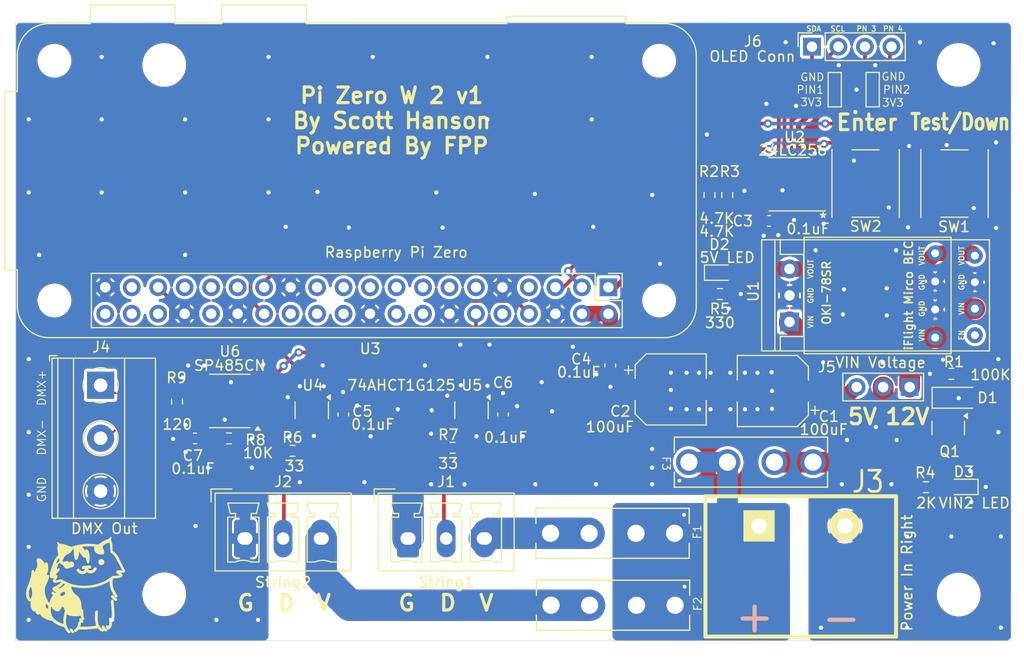
<source format=kicad_pcb>
(kicad_pcb (version 20240108) (generator "pcbnew") (generator_version "8.0")
  (title_block (title "Pi Zero W 2") (date "2024-12-30") (rev "v1") (company "Scott Hanson"))
  (layers (0 "F.Cu" signal) (31 "B.Cu" signal) (34 "B.Paste" user) (35 "F.Paste" user) (36 "B.SilkS" user "B.Silkscreen") (37 "F.SilkS" user "F.Silkscreen") (38 "B.Mask" user) (39 "F.Mask" user) (44 "Edge.Cuts" user))
  (net 0 "")
  (net 1 "GND")
  (net 2 "+5V")
  (net 3 "/VIN_Reg")
  (net 4 "Net-(D1-A)")
  (net 5 "Net-(D2-K)")
  (net 6 "Net-(D3-A)")
  (net 7 "/Outputs/VOUT1")
  (net 8 "/Outputs/VOUT2")
  (net 9 "/Outputs/DOUT1")
  (net 10 "/Outputs/DOUT2")
  (net 11 "VIN2")
  (net 12 "Net-(J6-Pin_4)")
  (net 13 "Net-(J6-Pin_3)")
  (net 14 "Net-(R6-Pad1)")
  (net 15 "Net-(R7-Pad1)")
  (net 22 "/Outputs/DMX+")
  (net 40 "DATA1")
  (net 41 "DATA2")
  (net 42 "+3V3")
  (net 43 "I2C_SDA")
  (net 44 "I2C_SCL")
  (net 45 "BTN1")
  (net 46 "BTN2")
  (net 47 "VCC")
  (net 48 "/Outputs/DMX-")
  (net 49 "Net-(U6-DE)")
  (net 50 "TXD")
  (net 52 "VIN")
  (footprint "Scotts:PhoenixContact_MCV_3.81mm_3.5mm_1x03_Vertical" (layer "F.Cu") (at 156.2288 109.4026)
    (property "Reference" "J1")
    (property "Value" "String1")
  )
  (footprint "Scotts:PhoenixContact_MCV_3.81mm_3.5mm_1x03_Vertical" (layer "F.Cu") (at 140.5888 109.4026)
    (property "Reference" "J2")
    (property "Value" "String2")
  )
  (footprint "LED_SMD:LED_0603_1608Metric" (layer "F.Cu") (at 209.5738 104.4526 180)
    (property "Reference" "D3")
    (property "Value" "VIN2 LED")
  )
  (footprint "Resistor_SMD:R_0603_1608Metric" (layer "F.Cu") (at 206.0488 104.4776 180)
    (property "Reference" "R4")
    (property "Value" "2K")
  )
  (footprint "Connector_PinHeader_2.54mm:PinHeader_1x03_P2.54mm_Vertical" (layer "F.Cu") (at 204.4988 94.8694 -90)
    (property "Reference" "J5")
    (property "Value" "VIN Voltage")
  )
  (footprint "Capacitor_SMD:C_0603_1608Metric" (layer "F.Cu") (at 191.0088 78.9326)
    (property "Reference" "C3")
    (property "Value" "0.1uF")
  )
  (footprint "Resistor_SMD:R_0603_1608Metric" (layer "F.Cu") (at 186.9988 76.4526 -90)
    (property "Reference" "R3")
    (property "Value" "4.7K")
  )
  (footprint "Package_SO:SOIC-8_3.9x4.9mm_P1.27mm" (layer "F.Cu") (at 192.9488 75.4226 180)
    (property "Reference" "U2")
    (property "Value" "24LC256")
  )
  (footprint "Resistor_SMD:R_0603_1608Metric" (layer "F.Cu") (at 185.2988 76.4526 -90)
    (property "Reference" "R2")
    (property "Value" "4.7K")
  )
  (footprint "Capacitor_SMD:CP_Elec_6.3x5.4_Nichicon" (layer "F.Cu") (at 181.5738 95.1026)
    (property "Reference" "C2")
    (property "Value" "100uF")
  )
  (footprint "Capacitor_SMD:CP_Elec_6.3x5.4_Nichicon" (layer "F.Cu") (at 191.3738 95.2526 180)
    (property "Reference" "C1")
    (property "Value" "100uF")
  )
  (footprint "LED_SMD:LED_0603_1608Metric" (layer "F.Cu") (at 186.2988 83.9026)
    (property "Reference" "D2")
    (property "Value" "5V LED")
  )
  (footprint "Resistor_SMD:R_0603_1608Metric" (layer "F.Cu") (at 186.2988 85.9526 180)
    (property "Reference" "R5")
    (property "Value" "330")
  )
  (footprint "Capacitor_SMD:C_0603_1608Metric" (layer "F.Cu") (at 175.7738 92.8026 -90)
    (property "Reference" "C4")
    (property "Value" "0.1uF")
  )
  (footprint "Connector_PinSocket_2.54mm:PinSocket_1x04_P2.54mm_Vertical" (layer "F.Cu") (at 195.1288 62.2276 90)
    (property "Reference" "J6")
    (property "Value" "OLED Conn")
  )
  (footprint "Capacitor_SMD:C_0603_1608Metric" (layer "F.Cu") (at 150.1738 97.5026 90)
    (property "Reference" "C5")
    (property "Value" "0.1uF")
  )
  (footprint "Diode_SMD:D_SOD-123" (layer "F.Cu") (at 208.8988 95.9026)
    (property "Reference" "D1")
    (property "Value" "Zener 10V")
  )
  (footprint "Package_TO_SOT_SMD:SOT-23" (layer "F.Cu") (at 208.1988 98.8026 -90)
    (property "Reference" "Q1")
    (property "Value" "DMP3056L")
  )
  (footprint "Resistor_SMD:R_0603_1608Metric" (layer "F.Cu") (at 208.4988 93.6026)
    (property "Reference" "R1")
    (property "Value" "100K")
  )
  (footprint "Barrier_Blocks:BARRIER_BLOCK_1ROW_2POS_P8.26MM" (layer "F.Cu") (at 194.0488 112.0776)
    (property "Reference" "J3")
    (property "Value" "Power In Right")
  )
  (footprint "Button_Switch_SMD:SW_Push_1P1T_NO_6x6mm_H9.5mm" (layer "F.Cu") (at 200.2738 75.3526 90)
    (property "Reference" "SW2")
    (property "Value" "Enter BTN")
  )
  (footprint "Button_Switch_SMD:SW_Push_1P1T_NO_6x6mm_H9.5mm" (layer "F.Cu") (at 208.7988 75.3526 90)
    (property "Reference" "SW1")
    (property "Value" "Down BTN")
  )
  (footprint "Scotts:FUSE_3544-2" (layer "F.Cu") (at 175.9988 108.9026 180)
    (property "Reference" "F1")
    (property "Value" "3544-2")
  )
  (footprint "Scotts:FUSE_3544-2" (layer "F.Cu") (at 176.0488 115.8026 180)
    (property "Reference" "F2")
    (property "Value" "3544-2")
  )
  (footprint "MountingHole:MountingHole_3.7mm" (layer "F.Cu") (at 209.1988 114.7776)
    (property "Reference" "H2")
    (property "Value" "MountingHole")
  )
  (footprint "Package_SO:TSOP-5_1.65x3.05mm_P0.95mm" (layer "F.Cu") (at 162.4738 97.1026 -90)
    (property "Reference" "U5")
    (property "Value" "74AHCT1G125")
  )
  (footprint "MountingHole:MountingHole_3.7mm" (layer "F.Cu") (at 132.9988 63.9776)
    (property "Reference" "H3")
    (property "Value" "MountingHole")
  )
  (footprint "Resistor_SMD:R_0603_1608Metric" (layer "F.Cu") (at 145.2988 100.9876 180)
    (property "Reference" "R6")
    (property "Value" "33")
  )
  (footprint "Scotts:Universal_5V_Horizontal" (layer "F.Cu") (at 192.9738 88.6276 90)
    (property "Reference" "U1")
    (property "Value" "Universe5V")
  )
  (footprint "MountingHole:MountingHole_3.7mm" (layer "F.Cu") (at 209.1988 63.9776)
    (property "Reference" "H4")
    (property "Value" "MountingHole")
  )
  (footprint "Capacitor_SMD:C_0603_1608Metric" (layer "F.Cu") (at 135.9488 99.8026 180)
    (property "Reference" "C7")
    (property "Value" "0.1uF")
  )
  (footprint "Resistor_SMD:R_0603_1608Metric" (layer "F.Cu") (at 160.6488 100.7026 180)
    (property "Reference" "R7")
    (property "Value" "33")
  )
  (footprint "Scotts:SolderJumper-3_P1mm_Bridged12" (layer "F.Cu") (at 197.3088 66.3526 90)
    (property "Reference" "PIN1")
    (property "Value" "PIN_3_JMP")
  )
  (footprint "Scotts:chewi_15" (layer "F.Cu") (at 124.290095 112.7026)
    (property "Reference" "G***")
    (property "Value" "LOGO" (hide yes))
  )
  (footprint "Resistor_SMD:R_0603_1608Metric" (layer "F.Cu") (at 139.1988 99.8026)
    (property "Reference" "R8")
    (property "Value" "10K")
  )
  (footprint "Package_SO:TSOP-5_1.65x3.05mm_P0.95mm" (layer "F.Cu") (at 147.1488 97.1026 -90)
    (property "Reference" "U4")
    (property "Value" "74AHCT1G125")
  )
  (footprint "MountingHole:MountingHole_3.7mm" (layer "F.Cu") (at 132.9988 114.7526)
    (property "Reference" "H1")
    (property "Value" "MountingHole")
  )
  (footprint "Scotts:SolderJumper-3_P1mm_Bridged23" (layer "F.Cu") (at 200.9488 66.3456 90)
    (property "Reference" "PIN2")
    (property "Value" "PIN_4_JMP")
  )
  (footprint "Capacitor_SMD:C_0603_1608Metric" (layer "F.Cu") (at 165.4988 97.5026 90)
    (property "Reference" "C6")
    (property "Value" "0.1uF")
  )
  (footprint "TerminalBlock_Phoenix:TerminalBlock_Phoenix_MKDS-1,5-3-5.08_1x03_P5.08mm_Horizontal" (layer "F.Cu") (at 126.8938 94.7026 -90)
    (property "Reference" "J4")
    (property "Value" "DMX Out")
  )
  (footprint "Scotts:FUSE_3544-2" (layer "F.Cu") (at 189.2738 102.0776)
    (property "Reference" "F3")
    (property "Value" "3544-2")
  )
  (footprint "Resistor_SMD:R_0603_1608Metric" (layer "F.Cu") (at 134.2238 96.2576 -90)
    (property "Reference" "R9")
    (property "Value" "120")
  )
  (footprint "Package_SO:SOIC-8_3.9x4.9mm_P1.27mm" (layer "F.Cu") (at 139.2738 96.2076 180)
    (property "Reference" "U6")
    (property "Value" "SP485CN")
  )
  (footprint "Scotts:Raspberry_Pi_Zero_Socketed_THT_FaceDown_MountingHoles" (layer "B.Cu") (at 175.5988 85.3026 90)
    (property "Reference" "U3")
    (property "Value" "Raspberry Pi Zero")
  )
  (gr_line (start 214.2238 119.2026) (end 214.2288 59.9226) (stroke (width 0.05)) (layer "Edge.Cuts"))
  (gr_line (start 118.7488 59.9276) (end 118.7488 119.2026) (stroke (width 0.05)) (layer "Edge.Cuts"))
  (gr_line (start 214.2288 59.9226) (end 118.7488 59.9276) (stroke (width 0.05)) (layer "Edge.Cuts"))
  (gr_line (start 214.2238 119.2026) (end 118.7488 119.2026) (stroke (width 0.05)) (layer "Edge.Cuts"))
  (gr_text "-" (at 197.9488 116.9776 0) (layer "B.SilkS") (effects (font (size 3 3) (thickness 0.4))))
  (gr_text "+" (at 189.6238 116.8526 0) (layer "B.SilkS") (effects (font (size 3 3) (thickness 0.4)) (justify mirror)))
  (gr_text "G" (at 156.2463 115.5851 0) (layer "F.SilkS") (effects (font (size 1.5 1.5) (thickness 0.3))))
  (gr_text "D" (at 160.1988 115.5851 0) (layer "F.SilkS") (effects (font (size 1.5 1.5) (thickness 0.3))))
  (gr_text "12V" (at 204.291 97.7142 0) (layer "F.SilkS") (effects (font (size 1.5 1.5) (thickness 0.3))))
  (gr_text "5V" (at 199.973 97.7142 0) (layer "F.SilkS") (effects (font (size 1.5 1.5) (thickness 0.3))))
  (gr_text "${TITLE} ${REVISION}\nBy ${COMPANY}\nPowered By FPP" (at 154.8238 69.3276 0) (layer "F.SilkS") (effects (font (size 1.5 1.5) (thickness 0.3))))
  (gr_text "PN 3" (at 200.3488 60.5026 0) (layer "F.SilkS") (effects (font (size 0.5 0.5) (thickness 0.1))))
  (gr_text "SDA" (at 195.2988 60.5026 0) (layer "F.SilkS") (effects (font (size 0.5 0.5) (thickness 0.1))))
  (gr_text "SCL" (at 197.5988 60.5026 0) (layer "F.SilkS") (effects (font (size 0.5 0.5) (thickness 0.1))))
  (gr_text "PN 4" (at 202.8988 60.5026 0) (layer "F.SilkS") (effects (font (size 0.5 0.5) (thickness 0.1))))
  (gr_text "Enter" (at 200.3988 69.5026 0) (layer "F.SilkS") (effects (font (size 1.5 1.5) (thickness 0.3))))
  (gr_text "V" (at 148.2988 115.5851 0) (layer "F.SilkS") (effects (font (size 1.5 1.5) (thickness 0.3))))
  (gr_text "GND" (at 195.1588 65.1526 0) (layer "F.SilkS") (effects (font (size 0.75 0.75) (thickness 0.1))))
  (gr_text "V" (at 163.8988 115.5851 0) (layer "F.SilkS") (effects (font (size 1.5 1.5) (thickness 0.3))))
  (gr_text "DMX+" (at 121.2488 94.9526 90) (layer "F.SilkS") (effects (font (size 0.8 0.8) (thickness 0.1))))
  (gr_text "Test/Down" (at 209.3488 69.4526 0) (layer "F.SilkS") (effects (font (size 1.5 1.2) (thickness 0.3))))
  (gr_text "3V3" (at 202.8988 67.5956 0) (layer "F.SilkS") (effects (font (size 0.75 0.75) (thickness 0.1))))
  (gr_text "GND" (at 121.2488 104.7026 90) (layer "F.SilkS") (effects (font (size 0.8 0.8) (thickness 0.1))))
  (gr_text "GND" (at 202.9488 65.0956 0) (layer "F.SilkS") (effects (font (size 0.75 0.75) (thickness 0.1))))
  (gr_text "G" (at 140.8063 115.5851 0) (layer "F.SilkS") (effects (font (size 1.5 1.5) (thickness 0.3))))
  (gr_text "DMX-" (at 121.2488 99.7026 90) (layer "F.SilkS") (effects (font (size 0.8 0.8) (thickness 0.1))))
  (gr_text "D" (at 144.6988 115.5851 0) (layer "F.SilkS") (effects (font (size 1.5 1.5) (thickness 0.3))))
  (gr_text "3V3" (at 195.0588 67.5526 0) (layer "F.SilkS") (effects (font (size 0.75 0.75) (thickness 0.1))))
  (segment (start 156.3788 109.4026) (end 156.3788 107.4026) (width 3) (layer "F.Cu") (net 1))
  (segment (start 156.3788 107.4026) (end 156.3788 103.8826) (width 3) (layer "F.Cu") (net 1))
  (via (at 173.9988 69.2026) (size 0.8) (drill 0.4) (layers "F.Cu" "B.Cu") (net 1))
  (via (at 212.9988 92.2026) (size 0.8) (drill 0.4) (layers "F.Cu" "B.Cu") (net 1))
  (via (at 199.3988 66.3526) (size 0.8) (drill 0.4) (layers "F.Cu" "B.Cu") (net 1))
  (via (at 183.0988 93.5026) (size 0.8) (drill 0.4) (layers "F.Cu" "B.Cu") (net 1))
  (via (at 174.3988 104.2026) (size 0.8) (drill 0.4) (layers "F.Cu" "B.Cu") (net 1))
  (via (at 185.0488 70.6526) (size 0.8) (drill 0.4) (layers "F.Cu" "B.Cu") (net 1))
  (via (at 144.8488 95.8526) (size 0.8) (drill 0.4) (layers "F.Cu" "B.Cu") (net 1))
  (via (at 185.3988 93.5026) (size 0.8) (drill 0.4) (layers "F.Cu" "B.Cu") (net 1))
  (via (at 150.6988 79.576601) (size 0.8) (drill 0.4) (layers "F.Cu" "B.Cu") (net 1))
  (via (at 164.1988 90.8026) (size 0.8) (drill 0.4) (layers "F.Cu" "B.Cu") (net 1))
  (via (at 201.1988 64.0026) (size 0.8) (drill 0.4) (layers "F.Cu" "B.Cu") (net 1))
  (via (at 205.4988 61.8026) (size 0.8) (drill 0.4) (layers "F.Cu" "B.Cu") (net 1))
  (via (at 147.6988 76.1526) (size 0.8) (drill 0.4) (layers "F.Cu" "B.Cu") (net 1))
  (via (at 141.3988 102.6026) (size 0.8) (drill 0.4) (layers "F.Cu" "B.Cu") (net 1))
  (via (at 184.2988 97.0026) (size 0.8) (drill 0.4) (layers "F.Cu" "B.Cu") (net 1))
  (via (at 188.6988 97.0026) (size 0.8) (drill 0.4) (layers "F.Cu" "B.Cu") (net 1))
  (via (at 211.7988 104.4526) (size 0.8) (drill 0.4) (layers "F.Cu" "B.Cu") (net 1))
  (via (at 181.5988 93.5026) (size 0.8) (drill 0.4) (layers "F.Cu" "B.Cu") (net 1))
  (via (at 134.9988 76.2026) (size 0.8) (drill 0.4) (layers "F.Cu" "B.Cu") (net 1))
  (via (at 134.9988 82.2026) (size 0.8) (drill 0.4) (layers "F.Cu" "B.Cu") (net 1))
  (via (at 147.3488 99.5526) (size 0.8) (drill 0.4) (layers "F.Cu" "B.Cu") (net 1))
  (via (at 179.7988 102.6026) (size 0.8) (drill 0.4) (layers "F.Cu" "B.Cu") (net 1))
  (via (at 158.5988 104.2026) (size 0.8) (drill 0.4) (layers "F.Cu" "B.Cu") (net 1))
  (via (at 196.2488 79.2026) (size 0.8) (drill 0.4) (layers "F.Cu" "B.Cu") (net 1))
  (via (at 133.8488 99.8526) (size 0.8) (drill 0.4) (layers "F.Cu" "B.Cu") (net 1))
  (via (at 204.2488 117.9526) (size 0.8) (drill 0.4) (layers "F.Cu" "B.Cu") (net 1))
  (via (at 148.2988 94.8026) (size 0.8) (drill 0.4) (layers "F.Cu" "B.Cu") (net 1))
  (via (at 188.2988 85.9526) (size 0.8) (drill 0.4) (layers "F.Cu" "B.Cu") (net 1))
  (via (at 161.4488 94.7026) (size 0.8) (drill 0.4) (layers "F.Cu" "B.Cu") (net 1))
  (via (at 184.2988 93.5026) (size 0.8) (drill 0.4) (layers "F.Cu" "B.Cu") (net 1))
  (via (at 134.7488 93.9526) (size 0.8) (drill 0.4) (layers "F.Cu" "B.Cu") (net 1))
  (via (at 151.4988 96.6526) (size 0.8) (drill 0.4) (layers "F.Cu" "B.Cu") (net 1))
  (via (at 187.1488 87.3526) (size 0.8) (drill 0.4) (layers "F.Cu" "B.Cu") (net 1))
  (via (at 120.9988 82.2026) (size 0.8) (drill 0.4) (layers "F.Cu" "B.Cu") (net 1))
  (via (at 152.9988 63.2026) (size 0.8) (drill 0.4) (layers "F.Cu" "B.Cu") (net 1))
  (via (at 170.1988 97.2026) (size 0.8) (drill 0.4) (layers "F.Cu" "B.Cu") (net 1))
  (via (at 208.4988 109.2026) (size 0.8) (drill 0.4) (layers "F.Cu" "B.Cu") (net 1))
  (via (at 127.9988 117.2026) (size 0.8) (drill 0.4) (layers "F.Cu" "B.Cu") (net 1))
  (via (at 196.1988 92.5026) (size 0.8) (drill 0.4) (layers "F.Cu" "B.Cu") (net 1))
  (via (at 193.5988 67.9026) (size 0.8) (drill 0.4) (layers "F.Cu" "B.Cu") (net 1))
  (via (at 199.2988 68.5026) (size 0.8) (drill 0.4) (layers "F.Cu" "B.Cu") (net 1))
  (via (at 189.8988 93.5026) (size 0.8) (drill 0.4) (layers "F.Cu" "B.Cu") (net 1))
  (via (at 192.5988 61.8026) (size 0.8) (drill 0.4) (layers "F.Cu" "B.Cu") (net 1))
  (via (at 168.5488 76.3526) (size 0.8) (drill 0.4) (layers "F.Cu" "B.Cu") (net 1))
  (via (at 210.6488 77.7026) (size 0.8) (drill 0.4) (layers "F.Cu" "B.Cu") (net 1))
  (via (at 141.3988 99.8026) (size 0.8) (drill 0.4) (layers "F.Cu" "B.Cu") (net 1))
  (via (at 163.9988 63.2026) (size 0.8) (drill 0.4) (layers "F.Cu" "B.Cu") (net 1))
  (via (at 134.9988 69.2026) (size 0.8) (drill 0.4) (layers "F.Cu" "B.Cu") (net 1))
  (via (at 188.6988 93.5026) (size 0.8) (drill 0.4) (layers "F.Cu" "B.Cu") (net 1))
  (via (at 174.1488 79.5026) (size 0.8) (drill 0.4) (layers "F.Cu" "B.Cu") (net 1))
  (via (at 162.9488 99.6026) (size 0.8) (drill 0.4) (layers "F.Cu" "B.Cu") (net 1))
  (via (at 212.9988 99.2026) (size 0.8) (drill 0.4) (layers "F.Cu" "B.Cu") (net 1))
  (via (at 181.5988 96.9526) (size 0.8) (drill 0.4) (layers "F.Cu" "B.Cu") (net 1))
  (via (at 206.4488 93.6026) (size 0.8) (drill 0.4) (layers "F.Cu" "B.Cu") (net 1))
  (via (at 201.2488 98.7026) (size 0.8) (drill 0.4) (layers "F.Cu" "B.Cu") (net 1))
  (via (at 195.4738 81.7526) (size 0.8) (drill 0.4) (layers "F.Cu" "B.Cu") (net 1))
  (via (at 187.2988 97.0026) (size 0.8) (drill 0.4) (layers "F.Cu" "B.Cu") (net 1))
  (via (at 158.5988 99.3526) (size 0.8) (drill 0.4) (layers "F.Cu" "B.Cu") (net 1))
  (via (at 179.7988 104.2026) (size 0.8) (drill 0.4) (layers "F.Cu" "B.Cu") (net 1))
  (via (at 209.2088 95.9346) (size 0.8) (drill 0.4) (layers "F.Cu" "B.Cu") (net 1))
  (via (at 126.9988 63.2026) (size 0.8) (drill 0.4) (layers "F.Cu" "B.Cu") (net 1))
  (via (at 168.5988 104.2026) (size 0.8) (drill 0.4) (layers "F.Cu" "B.Cu") (net 1))
  (via (at 136.8238 92.8076) (size 0.8) (drill 0.4) (layers "F.Cu" "B.Cu") (net 1))
  (via (at 203.2488 99.9526) (size 0.8) (drill 0.4) (layers "F.Cu" "B.Cu") (net 1))
  (via (at 145.9988 94.8026) (size 0.8) (drill 0.4) (layers "F.Cu" "B.Cu") (net 1))
  (via (at 185.3988 97.0026) (size 0.8) (drill 0.4) (layers "F.Cu" "B.Cu") (net 1))
  (via (at 144.9988 99.6026) (size 0.8) (drill 0.4) (layers "F.Cu" "B.Cu") (net 1))
  (via (at 202.4988 77.6526) (size 0.8) (drill 0.4) (layers "F.Cu" "B.Cu") (net 1))
  (via (at 213.2488 109.2026) (size 0.8) (drill 0.4) (layers "F.Cu" "B.Cu") (net 1))
  (via (at 175.7988 94.8526) (size 0.8) (drill 0.4) (layers "F.Cu" "B.Cu") (net 1))
  (via (at 161.7988 104.2026) (size 0.8) (drill 0.4) (layers "F.Cu" "B.Cu") (net 1))
  (via (at 161.3988 90.8026) (size 0.8) (drill 0.4) (layers "F.Cu" "B.Cu") (net 1))
  (via (at 119.9988 110.2026) (size 0.8) (drill 0.4) (layers "F.Cu" "B.Cu") (net 1))
  (via (at 141.9988 117.2026) (size 0.8) (drill 0.4) (layers "F.Cu" "B.Cu") (net 1))
  (via (at 173.9988 63.2026) (size 0.8) (drill 0.4) (layers "F.Cu" "B.Cu") (net 1))
  (via (at 163.9988 69.2026) (size 0.8) (drill 0.4) (layers "F.Cu" "B.Cu") (net 1))
  (via (at 126.9988 76.2026) (size 0.8) (drill 0.4) (layers "F.Cu" "B.Cu") (net 1))
  (via (at 212.7988 71.4026) (size 0.8) (drill 0.4) (layers "F.Cu" "B.Cu") (net 1))
  (via (at 198.1988 85.5026) (size 0.8) (drill 0.4) (layers "F.Cu" "B.Cu") (net 1))
  (via (at 179.7988 100.8026) (size 0.8) (drill 0.4) (layers "F.Cu" "B.Cu") (net 1))
  (via (at 119.9988 117.2026) (size 0.8) (drill 0.4) (layers "F.Cu" "B.Cu") (net 1))
  (via (at 190.4988 80.3526) (size 0.8) (drill 0.4) (layers "F.Cu" "B.Cu") (net 1))
  (via (at 135.0488 98.5026) (size 0.8) (drill 0.4) (layers "F.Cu" "B.Cu") (net 1))
  (via (at 193.3988 78.8526) (size 0.8) (drill 0.4) (layers "F.Cu" "B.Cu") (net 1))
  (via (at 152.1988 104.0026) (size 0.8) (drill 0.4) (layers "F.Cu" "B.Cu") (net 1))
  (via (at 191.2488 93.4526) (size 0.8) (drill 0.4) (layers "F.Cu" "B.Cu") (net 1))
  (via (at 148.1988 92.8026) (size 0.8) (drill 0.4) (layers "F.Cu" "B.Cu") (net 1))
  (via (at 198.4988 99.9526) (size 0.8) (drill 0.4) (layers "F.Cu" "B.Cu") (net 1))
  (via (at 138.7988 98.0026) (size 0.8) (drill 0.4) (layers "F.Cu" "B.Cu") (net 1))
  (via (at 197.6988 64.0026) (size 0.8) (drill 0.4) (layers "F.Cu" "B.Cu") (net 1))
  (via (at 119.9988 69.2026) (size 0.8) (drill 0.4) (layers "F.Cu" "B.Cu") (net 1))
  (via (at 159.0988 76.2026) (size 0.8) (drill 0.4) (layers "F.Cu" "B.Cu") (net 1))
  (via (at 126.9988 69.2026) (size 0.8) (drill 0.4) (layers "F.Cu" "B.Cu") (net 1))
  (via (at 210.3988 105.9026) (size 0.8) (drill 0.4) (layers "F.Cu" "B.Cu") (net 1))
  (via (at 190.7488 67.7026) (size 0.8) (drill 0.4) (layers "F.Cu" "B.Cu") (net 1))
  (via (at 204.3488 79.5526) (size 0.8) (drill 0.4) (layers "F.Cu" "B.Cu") (net 1))
  (via (at 142.9988 63.2026) (size 0.8) (drill 0.4) (layers "F.Cu" "B.Cu") (net 1))
  (via (at 192.2988 76.0026) (size 0.8) (drill 0.4) (layers "F.Cu" "B.Cu") (net 1))
  (via (at 203.1988 81.7526) (size 0.8) (drill 0.4) (layers "F.Cu" "B.Cu") (net 1))
  (via (at 139.3988 94.4026) (size 0.8) (drill 0.4) (layers "F.Cu" "B.Cu") (net 1))
  (via (at 212.7988 79.6026) (size 0.8) (drill 0.4) (layers "F.Cu" "B.Cu") (net 1))
  (via (at 202.7488 104.2026) (size 0.8) (drill 0.4) (layers "F.Cu" "B.Cu") (net 1))
  (via (at 160.1488 95.7026) (size 0.8) (drill 0.4) (layers "F.Cu" "B.Cu") (net 1))
  (via (at 202.2988 88.0026) (size 0.8) (drill 0.4) (layers "F.Cu" "B.Cu") (net 1))
  (via (at 144.6488 79.5026) (size 0.8) (drill 0.4) (layers "F.Cu" "B.Cu") (net 1))
  (via (at 191.2988 96.9526) (size 0.8) (drill 0.4) (layers "F.Cu" "B.Cu") (net 1))
  (via (at 207.6988 92.2526) (size 0.8) (drill 0.4) (layers "F.Cu" "B.Cu") (net 1))
  (via (at 135.9988 108.2026) (size 0.8) (drill 0.4) (layers "F.Cu" "B.Cu") (net 1))
  (via (at 181.5988 95.1526) (size 0.8) (drill 0.4) (layers "F.Cu" "B.Cu") (net 1))
  (via (at 137.1988 102.6026) (size 0.8) (drill 0.4) (layers "F.Cu" "B.Cu") (net 1))
  (via (at 142.9988 69.2026) (size 0.8) (drill 0.4) (layers "F.Cu" "B.Cu") (net 1))
  (via (at 210.3488 102.9526) (size 0.8) (drill 0.4) (layers "F.Cu" "B.Cu") (net 1))
  (via (at 180.5488 83.0526) (size 0.8) (drill 0.4) (layers "F.Cu" "B.Cu") (net 1))
  (via (at 119.9988 76.2026) (size 0.8) (drill 0.4) (layers "F.Cu" "B.Cu") (net 1))
  (via (at 135.2988 92.8026) (size 0.8) (drill 0.4) (layers "F.Cu" "B.Cu") (net 1))
  (via (at 166.8488 96.7026) (size 0.8) (drill 0.4) (layers "F.Cu" "B.Cu") (net 1))
  (via (at 213.2488 117.9526) (size 0.8) (drill 0.4) (layers "F.Cu" "B.Cu") (net 1))
  (via (at 159.6988 79.576601) (size 0.8) (drill 0.4) (layers "F.Cu" "B.Cu") (net 1))
  (via (at 201.8988 92.5526) (size 0.8) (drill 0.4) (layers "F.Cu" "B.Cu") (net 1))
  (via (at 195.9988 117.9526) (size 0.8) (drill 0.4) (layers "F.Cu" "B.Cu") (net 1))
  (via (at 199.1488 73.1526) (size 0.8) (drill 0.4) (layers "F.Cu" "B.Cu") (net 1))
  (via (at 191.2988 95.2526) (size 0.8) (drill 0.4) (layers "F.Cu" "B.Cu") (net 1))
  (via (at 119.9988 105.2026) (size 0.8) (drill 0.4) (layers "F.Cu" "B.Cu") (net 1))
  (via (at 212.5488 61.9026) (size 0.8) (drill 0.4) (layers "F.Cu" "B.Cu") (net 1))
  (via (at 145.9988 104.0026) (size 0.8) (drill 0.4) (layers "F.Cu" "B.Cu") (net 1))
  (via (at 204.2488 109.2026) (size 0.8) (drill 0.4) (layers "F.Cu" "B.Cu") (net 1))
  (via (at 189.8988 97.0026) (size 0.8) (drill 0.4) (layers "F.Cu" "B.Cu") (net 1))
  (via (at 165.4988 95.4526) (size 0.8) (drill 0.4) (layers "F.Cu" "B.Cu") (net 1))
  (via (at 183.0988 97.0026) (size 0.8) (drill 0.4) (layers "F.Cu" "B.Cu") (net 1))
  (via (at 191.8988 80.3026) (size 0.8) (drill 0.4) (layers "F.Cu" "B.Cu") (net 1))
  (via (at 187.2988 93.5026) (size 0.8) (drill 0.4) (layers "F.Cu" "B.Cu") (net 1))
  (via (at 157.9988 92.8026) (size 0.8) (drill 0.4) (layers "F.Cu" "B.Cu") (net 1))
  (via (at 208.0488 71.6526) (size 0.8) (drill 0.4) (layers "F.Cu" "B.Cu") (net 1))
  (via (at 172.1988 91.0026) (size 0.8) (drill 0.4) (layers "F.Cu" "B.Cu") (net 1))
  (via (at 198.0988 87.9026) (size 0.8) (drill 0.4) (layers "F.Cu" "B.Cu") (net 1))
  (via (at 137.9988 117.2026) (size 0.8) (drill 0.4) (layers "F.Cu" "B.Cu") (net 1))
  (via (at 188.6488 76.0526) (size 0.8) (drill 0.4) (layers "F.Cu" "B.Cu") (net 1))
  (via (at 142.4988 92.7026) (size 0.8) (drill 0.4) (layers "F.Cu" "B.Cu") (net 1))
  (via (at 169.1988 94.4026) (size 0.8) (drill 0.4) (layers "F.Cu" "B.Cu") (net 1))
  (via (at 163.9988 94.7526) (size 0.8) (drill 0.4) (layers "F.Cu" "B.Cu") (net 1))
  (via (at 158.6488 97.1026) (size 0.8) (drill 0.4) (layers "F.Cu" "B.Cu") (net 1))
  (via (at 150.1488 95.3526) (size 0.8) (drill 0.4) (layers "F.Cu" "B.Cu") (net 1))
  (via (at 179.809146 76.44092) (size 0.8) (drill 0.4) (layers "F.Cu" "B.Cu") (net 1))
  (via (at 119.9988 92.2026) (size 0.8) (drill 0.4) (layers "F.Cu" "B.Cu") (net 1))
  (via (at 119.9988 99.2026) (size 0.8) (drill 0.4) (layers "F.Cu" "B.Cu") (net 1))
  (via (at 155.3988 97.0026) (size 0.8) (drill 0.4) (layers "F.Cu" "B.Cu") (net 1))
  (via (at 202.2988 85.4026) (size 0.8) (drill 0.4) (layers "F.Cu" "B.Cu") (net 1))
  (via (at 195.3988 72.4526) (size 0.8) (drill 0.4) (layers "F.Cu" "B.Cu") (net 1))
  (via (at 174.4488 93.6526) (size 0.8) (drill 0.4) (layers "F.Cu" "B.Cu") (net 1))
  (via (at 197.9988 104.2026) (size 0.8) (drill 0.4) (layers "F.Cu" "B.Cu") (net 1))
  (via (at 135.0488 101.1026) (size 0.8) (drill 0.4) (layers "F.Cu" "B.Cu") (net 1))
  (via (at 142.9988 76.2026) (size 0.8) (drill 0.4) (layers "F.Cu" "B.Cu") (net 1))
  (via (at 204.4488 71.7526) (size 0.8) (drill 0.4) (layers "F.Cu" "B.Cu") (net 1))
  (via (at 152.7988 99.6026) (size 0.8) (drill 0.4) (layers "F.Cu" "B.Cu") (net 1))
  (via (at 167.3988 99.6026) (size 0.8) (drill 0.4) (layers "F.Cu" "B.Cu") (net 1))
  (segment (start 156.3788 109.4026) (end 156.3788 106.5026) (width 3) (layer "B.Cu") (net 1))
  (segment (start 156.3788 106.5026) (end 156.3788 103.9226) (width 3) (layer "B.Cu") (net 1))
  (segment (start 206.9438 82.04566) (end 210.52186 82.04566) (width 1.5) (layer "F.Cu") (net 2))
  (segment (start 192.9738 83.5476) (end 205.44186 83.5476) (width 1.5) (layer "F.Cu") (net 2))
  (segment (start 137.3988 101.4026) (end 141.3988 101.4026) (width 0.5) (layer "F.Cu") (net 2))
  (segment (start 159.5988 98.2526) (end 160.6488 97.2026) (width 0.5) (layer "F.Cu") (net 2))
  (segment (start 178.8738 95.1026) (end 178.8738 91.9776) (width 1.5) (layer "F.Cu") (net 2))
  (segment (start 150.1588 98.2626) (end 150.1738 98.2776) (width 0.5) (layer "F.Cu") (net 2))
  (segment (start 192.9738 83.5476) (end 190.7288 83.5476) (width 1.5) (layer "F.Cu") (net 2))
  (segment (start 138.3738 99.8026) (end 136.7238 99.8026) (width 0.5) (layer "F.Cu") (net 2))
  (segment (start 189.2738 92.0026) (end 177.4488 92.0026) (width 1.5) (layer "F.Cu") (net 2))
  (segment (start 195.4988 98.7026) (end 178.8988 98.7026) (width 1.5) (layer "F.Cu") (net 2))
  (segment (start 160.6488 97.2026) (end 162.3638 97.2026) (width 0.5) (layer "F.Cu") (net 2))
  (segment (start 165.4838 98.2626) (end 165.4988 98.2776) (width 0.5) (layer "F.Cu") (net 2))
  (segment (start 136.7488 99.7776) (end 136.7238 99.8026) (width 0.5) (layer "F.Cu") (net 2))
  (segment (start 190.1988 84.0776) (end 190.1988 91.0776) (width 1.5) (layer "F.Cu") (net 2))
  (segment (start 167.1738 98.2776) (end 173.4238 92.0276) (width 0.5) (layer "F.Cu") (net 2))
  (segment (start 178.8988 95.1276) (end 178.8738 95.1026) (width 1.5) (layer "F.Cu") (net 2))
  (segment (start 136.7488 98.1626) (end 136.7488 99.7776) (width 0.5) (layer "F.Cu") (net 2))
  (segment (start 177.3738 92.0276) (end 175.7738 92.0276) (width 1.5) (layer "F.Cu") (net 2))
  (segment (start 136.7238 99.8026) (end 136.7238 100.7276) (width 0.5) (layer "F.Cu") (net 2))
  (segment (start 175.7738 92.0276) (end 175.7738 88.0176) (width 1.5) (layer "F.Cu") (net 2))
  (segment (start 150.1738 98.2776) (end 150.1988 98.2526) (width 0.5) (layer "F.Cu") (net 2))
  (segment (start 150.1988 98.2526) (end 159.5988 98.2526) (width 0.5) (layer "F.Cu") (net 2))
  (segment (start 175.7738 88.0176) (end 175.5988 87.8426) (width 1.5) (layer "F.Cu") (net 2))
  (segment (start 205.44186 83.5476) (end 206.9438 82.04566) (width 1.5) (layer "F.Cu") (net 2))
  (segment (start 187.0863 83.9026) (end 190.0238 83.9026) (width 0.5) (layer "F.Cu") (net 2))
  (segment (start 141.3988 101.4026) (end 145.6988 97.1026) (width 0.5) (layer "F.Cu") (net 2))
  (segment (start 165.4988 98.2776) (end 167.1738 98.2776) (width 0.5) (layer "F.Cu") (net 2))
  (segment (start 177.4488 92.0026) (end 177.4238 91.9776) (width 1.5) (layer "F.Cu") (net 2))
  (segment (start 199.4188 94.8694) (end 199.332 94.8694) (width 1.5) (layer "F.Cu") (net 2))
  (segment (start 163.4238 98.2626) (end 165.4838 98.2626) (width 0.5) (layer "F.Cu") (net 2))
  (segment (start 136.7988 98.1126) (end 136.7488 98.1626) (width 0.5) (layer "F.Cu") (net 2))
  (segment (start 145.6988 97.1026) (end 146.9388 97.1026) (width 0.5) (layer "F.Cu") (net 2))
  (segment (start 136.7238 100.7276) (end 137.3988 101.4026) (width 0.5) (layer "F.Cu") (net 2))
  (segment (start 162.3638 97.2026) (end 163.4238 98.2626) (width 0.5) (layer "F.Cu") (net 2))
  (segment (start 148.0988 98.2626) (end 150.1588 98.2626) (width 0.5) (layer "F.Cu") (net 2))
  (segment (start 178.8988 98.7026) (end 178.8988 95.1276) (width 1.5) (layer "F.Cu") (net 2))
  (segment (start 190.1988 91.0776) (end 189.2738 92.0026) (width 1.5) (layer "F.Cu") (net 2))
  (segment (start 210.52186 82.04566) (end 210.7538 82.2776) (width 1.5) (layer "F.Cu") (net 2))
  (segment (start 199.332 94.8694) (end 195.4988 98.7026) (width 1.5) (layer "F.Cu") (net 2))
  (segment (start 173.4238 92.0276) (end 175.7738 92.0276) (width 0.5) (layer "F.Cu") (net 2))
  (segment (start 178.8738 91.9776) (end 177.4238 91.9776) (width 1.5) (layer "F.Cu") (net 2))
  (segment (start 177.4238 91.9776) (end 177.3738 92.0276) (width 1.5) (layer "F.Cu") (net 2))
  (segment (start 190.7288 83.5476) (end 190.1988 84.0776) (width 1.5) (layer "F.Cu") (net 2))
  (segment (start 190.0238 83.9026) (end 190.1988 84.0776) (width 0.5) (layer "F.Cu") (net 2))
  (segment (start 146.9388 97.1026) (end 148.0988 98.2626) (width 0.5) (layer "F.Cu") (net 2))
  (segment (start 175.5988 87.8426) (end 173.0588 87.8426) (width 1.5) (layer "F.Cu") (net 2))
  (segment (start 192.9738 88.7476) (end 193.0288 88.8026) (width 2) (layer "F.Cu") (net 3))
  (segment (start 210.7538 87.3576) (end 209.9938 87.3576) (width 2) (layer "F.Cu") (net 3))
  (segment (start 194.47574 90.12954) (end 194.0738 89.7276) (width 2) (layer "F.Cu") (net 3))
  (segment (start 204.4988 90.12954) (end 206.9438 90.12954) (width 2) (layer "F.Cu") (net 3))
  (segment (start 192.9738 88.6276) (end 192.9738 88.7476) (width 2) (layer "F.Cu") (net 3))
  (segment (start 206.9438 90.12954) (end 194.47574 90.12954) (width 2) (layer "F.Cu") (net 3))
  (segment (start 209.9938 87.3576) (end 207.22186 90.12954) (width 2) (layer "F.Cu") (net 3))
  (segment (start 194.0738 95.2526) (end 194.0738 89.7276) (width 2) (layer "F.Cu") (net 3))
  (segment (start 207.22186 90.12954) (end 206.9438 90.12954) (width 2) (layer "F.Cu") (net 3))
  (segment (start 204.4988 94.8694) (end 204.4988 90.12954) (width 2) (layer "F.Cu") (net 3))
  (segment (start 194.0738 89.7276) (end 192.9738 88.6276) (width 2) (layer "F.Cu") (net 3))
  (segment (start 210.5488 96.9826) (end 210.5488 95.9026) (width 1) (layer "F.Cu") (net 4))
  (segment (start 209.1488 97.8026) (end 209.7288 97.8026) (width 1) (layer "F.Cu") (net 4))
  (segment (start 209.7488 93.6026) (end 209.5238 93.6026) (width 1) (layer "F.Cu") (net 4))
  (segment (start 210.5488 95.9026) (end 210.5488 94.4026) (width 1) (layer "F.Cu") (net 4))
  (segment (start 210.5488 94.4026) (end 209.7488 93.6026) (width 1) (layer "F.Cu") (net 4))
  (segment (start 209.7288 97.8026) (end 210.5488 96.9826) (width 1) (layer "F.Cu") (net 4))
  (segment (start 185.5113 83.9026) (end 185.5113 85.9151) (width 0.5) (layer "F.Cu") (net 5))
  (segment (start 185.5113 85.9151) (end 185.4738 85.9526) (width 0.5) (layer "F.Cu") (net 5))
  (segment (start 206.8738 104.4776) (end 208.7613 104.4776) (width 0.5) (layer "F.Cu") (net 6))
  (segment (start 208.7613 104.4776) (end 208.7863 104.4526) (width 0.5) (layer "F.Cu") (net 6))
  (segment (start 173.7488 108.9026) (end 164.1988 108.9026) (width 3) (layer "F.Cu") (net 7))
  (segment (start 164.1988 108.9026) (end 163.6988 109.4026) (width 3) (layer "F.Cu") (net 7))
  (segment (start 173.7488 108.9026) (end 164.1988 108.9026) (width 3) (layer "B.Cu") (net 7))
  (segment (start 164.1988 108.9026) (end 163.6988 109.4026) (width 3) (layer "B.Cu") (net 7))
  (segment (start 148.0588 113.0626) (end 150.7988 115.8026) (width 3) (layer "F.Cu") (net 8))
  (segment (start 148.0588 109.4026) (end 148.0588 113.0626) (width 3) (layer "F.Cu") (net 8))
  (segment (start 173.7988 115.8026) (end 150.7988 115.8026) (width 3) (layer "F.Cu") (net 8))
  (segment (start 150.7988 115.8026) (end 148.0588 113.0626) (width 3) (layer "B.Cu") (net 8))
  (segment (start 148.0588 113.0626) (end 148.0588 109.4026) (width 3) (layer "B.Cu") (net 8))
  (segment (start 173.7988 115.8026) (end 150.7988 115.8026) (width 3) (layer "B.Cu") (net 8))
  (segment (start 159.8238 109.1876) (end 160.0388 109.4026) (width 0.35) (layer "F.Cu") (net 9))
  (segment (start 159.8238 100.7026) (end 159.8238 109.1876) (width 0.35) (layer "F.Cu") (net 9))
  (segment (start 144.4738 109.3276) (end 144.3988 109.4026) (width 0.35) (layer "F.Cu") (net 10))
  (segment (start 144.4738 100.9876) (end 144.4738 109.3276) (width 0.35) (layer "F.Cu") (net 10))
  (segment (start 187.0238 108.05252) (end 187.16268 108.1914) (width 2) (layer "B.Cu") (net 11))
  (segment (start 187.0238 102.0776) (end 187.0238 108.05252) (width 2) (layer "B.Cu") (net 11))
  (segment (start 187.16268 108.1914) (end 190.05084 108.1914) (width 2) (layer "B.Cu") (net 11))
  (segment (start 187.0238 102.0776) (end 183.3238 102.0776) (width 2) (layer "B.Cu") (net 11))
  (segment (start 202.5988 62.7206) (end 202.5988 65.4456) (width 0.35) (layer "F.Cu") (net 12))
  (segment (start 201.6988 66.3456) (end 200.9488 66.3456) (width 0.35) (layer "F.Cu") (net 12))
  (segment (start 202.5988 65.4456) (end 201.6988 66.3456) (width 0.35) (layer "F.Cu") (net 12))
  (segment (start 200.2088 63.9096) (end 200.2088 62.2276) (width 0.35) (layer "F.Cu") (net 13))
  (segment (start 197.7658 66.3526) (end 200.2088 63.9096) (width 0.35) (layer "F.Cu") (net 13))
  (segment (start 197.3088 66.3526) (end 197.7658 66.3526) (width 0.35) (layer "F.Cu") (net 13))
  (segment (start 146.1988 100.9126) (end 146.1238 100.9876) (width 0.35) (layer "F.Cu") (net 14))
  (segment (start 146.1988 98.2626) (end 146.1988 100.9126) (width 0.35) (layer "F.Cu") (net 14))
  (segment (start 161.5238 100.6526) (end 161.4738 100.7026) (width 0.35) (layer "F.Cu") (net 15))
  (segment (start 161.5238 98.2626) (end 161.5238 100.6526) (width 0.35) (layer "F.Cu") (net 15))
  (segment (start 134.2238 95.4326) (end 134.3638 95.5726) (width 0.2) (layer "F.Cu") (net 22))
  (segment (start 134.2238 95.4326) (end 127.6238 95.4326) (width 0.2) (layer "F.Cu") (net 22))
  (segment (start 127.6238 95.4326) (end 126.8938 94.7026) (width 0.2) (layer "F.Cu") (net 22))
  (segment (start 134.3638 95.5726) (end 136.7988 95.5726) (width 0.2) (layer "F.Cu") (net 22))
  (segment (start 162.4738 94.9276) (end 162.4738 95.9426) (width 0.35) (layer "F.Cu") (net 40))
  (segment (start 162.8988 94.5026) (end 162.4738 94.9276) (width 0.35) (layer "F.Cu") (net 40))
  (segment (start 162.8988 87.8426) (end 162.8988 94.5026) (width 0.35) (layer "F.Cu") (net 40))
  (segment (start 134.6238 91.0276) (end 133.6438 90.0476) (width 0.35) (layer "F.Cu") (net 41))
  (segment (start 133.6438 86.5276) (end 132.4188 85.3026) (width 0.35) (layer "F.Cu") (net 41))
  (segment (start 133.6438 90.0476) (end 133.6438 86.5276) (width 0.35) (layer "F.Cu") (net 41))
  (segment (start 147.1488 95.9426) (end 147.1488 94.4526) (width 0.35) (layer "F.Cu") (net 41))
  (segment (start 143.7238 91.0276) (end 134.6238 91.0276) (width 0.35) (layer "F.Cu") (net 41))
  (segment (start 147.1488 94.4526) (end 143.7238 91.0276) (width 0.35) (layer "F.Cu") (net 41))
  (segment (start 190.4738 77.3276) (end 185.3363 77.3276) (width 0.5) (layer "F.Cu") (net 42))
  (segment (start 185.3363 77.3276) (end 185.2988 77.3651) (width 0.5) (layer "F.Cu") (net 42))
  (segment (start 181.2238 80.3776) (end 188.8738 80.3776) (width 0.5) (layer "F.Cu") (net 42))
  (segment (start 188.8738 80.3776) (end 190.1463 79.1051) (width 0.5) (layer "F.Cu") (net 42))
  (segment (start 190.1463 79.1051) (end 190.1463 77.6551) (width 0.5) (layer "F.Cu") (net 42))
  (segment (start 200.9418 67.4956) (end 200.9488 67.4886) (width 0.5) (layer "F.Cu") (net 42))
  (segment (start 193.8488 76.1026) (end 193.8488 69.7526) (width 0.5) (layer "F.Cu") (net 42))
  (segment (start 192.6238 77.3276) (end 193.8488 76.1026) (width 0.5) (layer "F.Cu") (net 42))
  (segment (start 176.2988 85.3026) (end 181.2238 80.3776) (width 0.5) (layer "F.Cu") (net 42))
  (segment (start 190.4738 77.3276) (end 192.6238 77.3276) (width 0.5) (layer "F.Cu") (net 42))
  (segment (start 193.8488 69.7526) (end 196.1058 67.4956) (width 0.5) (layer "F.Cu") (net 42))
  (segment (start 196.1058 67.4956) (end 197.3088 67.4956) (width 0.5) (layer "F.Cu") (net 42))
  (segment (start 197.3088 67.4956) (end 200.9418 67.4956) (width 0.5) (layer "F.Cu") (net 42))
  (segment (start 175.5988 85.3026) (end 176.2988 85.3026) (width 0.5) (layer "F.Cu") (net 42))
  (segment (start 190.1463 77.6551) (end 190.4738 77.3276) (width 0.5) (layer "F.Cu") (net 42))
  (segment (start 180.982686 78.991602) (end 176.509798 78.991602) (width 0.35) (layer "F.Cu") (net 43))
  (segment (start 195.1288 63.990488) (end 195.1288 62.2276) (width 0.35) (layer "F.Cu") (net 43))
  (segment (start 191.4838 73.5176) (end 191.949299 73.052101) (width 0.35) (layer "F.Cu") (net 43))
  (segment (start 190.4738 73.5176) (end 187.3213 73.5176) (width 0.35) (layer "F.Cu") (net 43))
  (segment (start 191.949299 67.169989) (end 195.1288 63.990488) (width 0.35) (layer "F.Cu") (net 43))
  (segment (start 190.4738 73.5176) (end 191.4838 73.5176) (width 0.35) (layer "F.Cu") (net 43))
  (segment (start 184.434188 75.5401) (end 180.982686 78.991602) (width 0.35) (layer "F.Cu") (net 43))
  (segment (start 185.2988 75.5401) (end 184.434188 75.5401) (width 0.35) (layer "F.Cu") (net 43))
  (segment (start 187.3213 73.5176) (end 185.2988 75.5401) (width 0.35) (layer "F.Cu") (net 43))
  (segment (start 176.509798 78.991602) (end 171.7488 83.7526) (width 0.35) (layer "F.Cu") (net 43))
  (segment (start 191.949299 73.052101) (end 191.949299 67.169989) (width 0.35) (layer "F.Cu") (net 43))
  (via (at 171.7488 83.7526) (size 0.8) (drill 0.4) (layers "F.Cu" "B.Cu") (net 43))
  (segment (start 173.0588 85.3026) (end 171.7488 83.9926) (width 0.35) (layer "B.Cu") (net 43))
  (segment (start 171.7488 83.9926) (end 171.7488 83.7526) (width 0.35) (layer "B.Cu") (net 43))
  (segment (start 186.0863 76.4526) (end 184.2988 76.4526) (width 0.35) (layer "F.Cu") (net 44))
  (segment (start 181.210297 79.541103) (end 177.055606 79.541103) (width 0.35) (layer "F.Cu") (net 44))
  (segment (start 190.4738 74.7876) (end 187.7513 74.7876) (width 0.35) (layer "F.Cu") (net 44))
  (segment (start 177.055606 79.541103) (end 171.294109 85.3026) (width 0.35) (layer "F.Cu") (net 44))
  (segment (start 197.6688 62.2276) (end 192.4988 67.3976) (width 0.35) (layer "F.Cu") (net 44))
  (segment (start 192.4988 67.3976) (end 192.4988 73.8626) (width 0.35) (layer "F.Cu") (net 44))
  (segment (start 184.2988 76.4526) (end 181.210297 79.541103) (width 0.35) (layer "F.Cu") (net 44))
  (segment (start 187.7513 74.7876) (end 186.0863 76.4526) (width 0.35) (layer "F.Cu") (net 44))
  (segment (start 171.294109 85.3026) (end 170.5188 85.3026) (width 0.35) (layer "F.Cu") (net 44))
  (segment (start 192.4988 73.8626) (end 191.5738 74.7876) (width 0.35) (layer "F.Cu") (net 44))
  (segment (start 191.5738 74.7876) (end 190.4738 74.7876) (width 0.35) (layer "F.Cu") (net 44))
  (segment (start 142.5788 85.3026) (end 142.5788 84.7976) (width 0.35) (layer "F.Cu") (net 45))
  (segment (start 142.5788 84.7976) (end 149.024299 78.352101) (width 0.35) (layer "F.Cu") (net 45))
  (segment (start 198.0238 79.4026) (end 198.0238 71.4526) (width 0.35) (layer "F.Cu") (net 45))
  (segment (start 180.549299 78.352101) (end 186.8488 72.0526) (width 0.35) (layer "F.Cu") (net 45))
  (segment (start 186.8488 72.0526) (end 190.9988 72.0526) (width 0.35) (layer "F.Cu") (net 45))
  (segment (start 198.0238 71.4526) (end 196.3888 71.4526) (width 0.35) (layer "F.Cu") (net 45))
  (segment (start 196.3888 71.4526) (end 196.2888 71.5526) (width 0.35) (layer "F.Cu") (net 45))
  (segment (start 149.024299 78.352101) (end 180.549299 78.352101) (width 0.35) (layer "F.Cu") (net 45))
  (via (at 196.2888 71.5526) (size 0.8) (drill 0.4) (layers "F.Cu" "B.Cu") (net 45))
  (via (at 190.9988 72.0526) (size 0.8) (drill 0.4) (layers "F.Cu" "B.Cu") (net 45))
  (segment (start 191.5488 71.5026) (end 190.9988 72.0526) (width 0.35) (layer "B.Cu") (net 45))
  (segment (start 196.2388 71.5026) (end 191.5488 71.5026) (width 0.35) (layer "B.Cu") (net 45))
  (segment (start 196.2888 71.5526) (end 196.2388 71.5026) (width 0.35) (layer "B.Cu") (net 45))
  (segment (start 206.5488 71.3776) (end 204.7738 69.6026) (width 0.35) (layer "F.Cu") (net 46))
  (segment (start 180.2488 77.8026) (end 188.4488 69.6026) (width 0.35) (layer "F.Cu") (net 46))
  (segment (start 204.7738 69.6026) (end 196.3988 69.6026) (width 0.35) (layer "F.Cu") (net 46))
  (segment (start 147.8738 77.8026) (end 180.2488 77.8026) (width 0.35) (layer "F.Cu") (net 46))
  (segment (start 142.5788 87.8426) (end 141.2738 86.5376) (width 0.35) (layer "F.Cu") (net 46))
  (segment (start 141.2738 86.5376) (end 141.2738 84.4026) (width 0.35) (layer "F.Cu") (net 46))
  (segment (start 188.4488 69.6026) (end 190.8988 69.6026) (width 0.35) (layer "F.Cu") (net 46))
  (segment (start 206.5488 79.3276) (end 206.5488 71.3776) (width 0.35) (layer "F.Cu") (net 46))
  (segment (start 141.2738 84.4026) (end 147.8738 77.8026) (width 0.35) (layer "F.Cu") (net 46))
  (via (at 190.8988 69.6026) (size 0.8) (drill 0.4) (layers "F.Cu" "B.Cu") (net 46))
  (via (at 196.3988 69.6026) (size 0.8) (drill 0.4) (layers "F.Cu" "B.Cu") (net 46))
  (segment (start 196.3988 69.6026) (end 190.8988 69.6026) (width 0.35) (layer "B.Cu") (net 46))
  (segment (start 202.79879 97.50259) (end 207.2488 97.50259) (width 2) (layer "F.Cu") (net 47))
  (segment (start 201.9588 94.8694) (end 201.9588 96.6426) (width 2) (layer "F.Cu") (net 47))
  (segment (start 207.2488 97.50259) (end 207.2488 95.9026) (width 2) (layer "F.Cu") (net 47))
  (segment (start 201.9588 96.6426) (end 201.9488 96.6526) (width 2) (layer "F.Cu") (net 47))
  (segment (start 201.9488 96.6526) (end 202.79879 97.50259) (width 2) (layer "F.Cu") (net 47))
  (segment (start 127.5088 99.7826) (end 126.8938 99.7826) (width 0.2) (layer "F.Cu") (net 48))
  (segment (start 130.2088 97.0826) (end 127.5088 99.7826) (width 0.2) (layer "F.Cu") (net 48))
  (segment (start 134.4638 96.8426) (end 134.2238 97.0826) (width 0.2) (layer "F.Cu") (net 48))
  (segment (start 134.2238 97.0826) (end 130.2088 97.0826) (width 0.2) (layer "F.Cu") (net 48))
  (segment (start 136.7988 96.8426) (end 134.4638 96.8426) (width 0.2) (layer "F.Cu") (net 48))
  (segment (start 141.7488 95.5726) (end 141.7488 96.8426) (width 0.5) (layer "F.Cu") (net 49))
  (segment (start 141.7488 96.8426) (end 140.3088 96.8426) (width 0.5) (layer "F.Cu") (net 49))
  (segment (start 140.0238 97.1276) (end 140.0238 99.8026) (width 0.5) (layer "F.Cu") (net 49))
  (segment (start 141.7388 95.5826) (end 141.7488 95.5726) (width 0.5) (layer "F.Cu") (net 49))
  (segment (start 140.3088 96.8426) (end 140.0238 97.1276) (width 0.5) (layer "F.Cu") (net 49))
  (segment (start 161.5838 87.335188) (end 161.5838 88.4176) (width 0.35) (layer "F.Cu") (net 50))
  (segment (start 144.4488 92.8526) (end 144.4488 92.9026) (width 0.35) (layer "F.Cu") (net 50))
  (segment (start 162.301388 86.6176) (end 161.5838 87.335188) (width 0.35) (layer "F.Cu") (net 50))
  (segment (start 161.5838 88.4176) (end 158.4488 91.5526) (width 0.35) (layer "F.Cu") (net 50))
  (segment (start 143.0488 94.3026) (end 141.7488 94.3026) (width 0.35) (layer "F.Cu") (net 50))
  (segment (start 158.4488 91.5526) (end 145.8988 91.5526) (width 0.35) (layer "F.Cu") (net 50))
  (segment (start 144.4488 92.9026) (end 143.0488 94.3026) (width 0.35) (layer "F.Cu") (net 50))
  (segment (start 167.9788 87.8426) (end 166.7538 86.6176) (width 0.35) (layer "F.Cu") (net 50))
  (segment (start 166.7538 86.6176) (end 162.301388 86.6176) (width 0.35) (layer "F.Cu") (net 50))
  (via (at 144.4488 92.8526) (size 0.8) (drill 0.4) (layers "F.Cu" "B.Cu") (net 50))
  (via (at 145.8988 91.5526) (size 0.8) (drill 0.4) (layers "F.Cu" "B.Cu") (net 50))
  (segment (start 145.7488 91.5526) (end 144.4488 92.8526) (width 0.35) (layer "B.Cu") (net 50))
  (segment (start 145.8988 91.5526) (end 145.7488 91.5526) (width 0.35) (layer "B.Cu") (net 50))
  (segment (start 195.2238 102.0776) (end 191.5238 102.0776) (width 2) (layer "F.Cu") (net 52))
  (segment (start 205.2238 102.7776) (end 205.9238 102.0776) (width 0.5) (layer "F.Cu") (net 52))
  (segment (start 205.9238 102.0776) (end 208.1988 99.8026) (width 2) (layer "F.Cu") (net 52))
  (segment (start 195.2238 102.0776) (end 205.9238 102.0776) (width 2) (layer "F.Cu") (net 52))
  (segment (start 205.2238 104.4776) (end 205.2238 102.7776) (width 0.5) (layer "F.Cu") (net 52))
  (zone (net 1) (net_name "GND") (layers "F&B.Cu") (connect_pads (clearance 0.3)) (min_thickness 0.254) (fill yes (thermal_gap 0.2) (thermal_bridge_width 1) (smoothing fillet) (radius 0.508))
    (polygon (pts (xy 117.5988 58.2026) (xy 117.5988 119.4026) (xy 142.9988 119.4026) (xy 142.9988 105.2026) (xy 194.7988 105.2026) (xy 194.7988 119.4026) (xy 214.3988 119.4026) (xy 214.3988 58.2026)))
  )
  (zone (net 11) (net_name "VIN2") (layers "F&B.Cu") (priority 1) (connect_pads yes (clearance 0.25)) (min_thickness 0.254) (fill yes (thermal_gap 0.2) (thermal_bridge_width 2) (smoothing fillet) (radius 0.508))
    (polygon (pts (xy 192.9988 106.0026) (xy 175.9988 106.0026) (xy 175.9988 119.2026) (xy 193.013649 119.2026)))
  )
)
</source>
